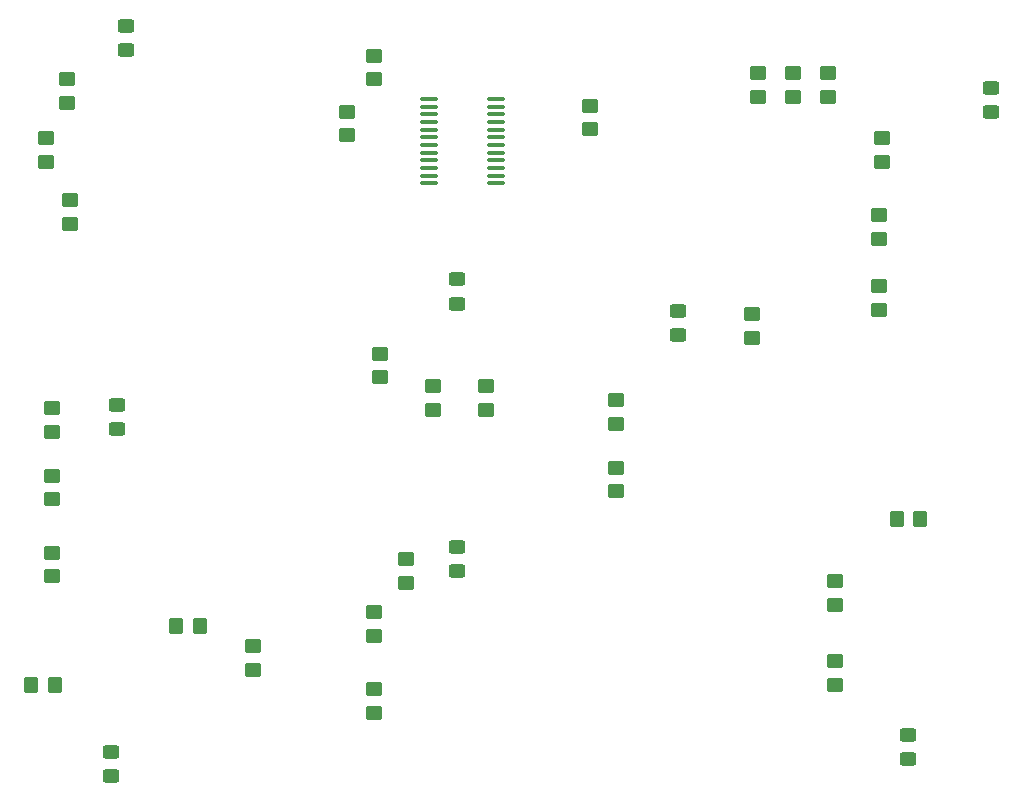
<source format=gtp>
G04 #@! TF.GenerationSoftware,KiCad,Pcbnew,8.0.5*
G04 #@! TF.CreationDate,2024-11-10T14:51:54+09:00*
G04 #@! TF.ProjectId,house_controller_multiplex_breakout_board,686f7573-655f-4636-9f6e-74726f6c6c65,rev?*
G04 #@! TF.SameCoordinates,Original*
G04 #@! TF.FileFunction,Paste,Top*
G04 #@! TF.FilePolarity,Positive*
%FSLAX46Y46*%
G04 Gerber Fmt 4.6, Leading zero omitted, Abs format (unit mm)*
G04 Created by KiCad (PCBNEW 8.0.5) date 2024-11-10 14:51:54*
%MOMM*%
%LPD*%
G01*
G04 APERTURE LIST*
G04 Aperture macros list*
%AMRoundRect*
0 Rectangle with rounded corners*
0 $1 Rounding radius*
0 $2 $3 $4 $5 $6 $7 $8 $9 X,Y pos of 4 corners*
0 Add a 4 corners polygon primitive as box body*
4,1,4,$2,$3,$4,$5,$6,$7,$8,$9,$2,$3,0*
0 Add four circle primitives for the rounded corners*
1,1,$1+$1,$2,$3*
1,1,$1+$1,$4,$5*
1,1,$1+$1,$6,$7*
1,1,$1+$1,$8,$9*
0 Add four rect primitives between the rounded corners*
20,1,$1+$1,$2,$3,$4,$5,0*
20,1,$1+$1,$4,$5,$6,$7,0*
20,1,$1+$1,$6,$7,$8,$9,0*
20,1,$1+$1,$8,$9,$2,$3,0*%
G04 Aperture macros list end*
%ADD10RoundRect,0.250000X-0.450000X0.325000X-0.450000X-0.325000X0.450000X-0.325000X0.450000X0.325000X0*%
%ADD11RoundRect,0.250000X0.450000X-0.350000X0.450000X0.350000X-0.450000X0.350000X-0.450000X-0.350000X0*%
%ADD12RoundRect,0.250000X-0.450000X0.350000X-0.450000X-0.350000X0.450000X-0.350000X0.450000X0.350000X0*%
%ADD13RoundRect,0.250000X-0.350000X-0.450000X0.350000X-0.450000X0.350000X0.450000X-0.350000X0.450000X0*%
%ADD14RoundRect,0.100000X-0.637500X-0.100000X0.637500X-0.100000X0.637500X0.100000X-0.637500X0.100000X0*%
G04 APERTURE END LIST*
D10*
X71750000Y-62225000D03*
X71750000Y-64275000D03*
D11*
X111000000Y-71000000D03*
X111000000Y-69000000D03*
X90500000Y-71500000D03*
X90500000Y-69500000D03*
X92750000Y-66750000D03*
X92750000Y-64750000D03*
D12*
X102250000Y-92750000D03*
X102250000Y-94750000D03*
X131800000Y-116000000D03*
X131800000Y-118000000D03*
D10*
X99750000Y-106330000D03*
X99750000Y-108380000D03*
D12*
X65480000Y-106827500D03*
X65480000Y-108827500D03*
X92750000Y-111880000D03*
X92750000Y-113880000D03*
X131200000Y-66250000D03*
X131200000Y-68250000D03*
X113250000Y-99647500D03*
X113250000Y-101647500D03*
X131800000Y-109250000D03*
X131800000Y-111250000D03*
X92750000Y-118380000D03*
X92750000Y-120380000D03*
D10*
X99750000Y-83700000D03*
X99750000Y-85750000D03*
D13*
X63750000Y-118000000D03*
X65750000Y-118000000D03*
D12*
X65480000Y-100327500D03*
X65480000Y-102327500D03*
X128250000Y-66250000D03*
X128250000Y-68250000D03*
D11*
X135500000Y-86250000D03*
X135500000Y-84250000D03*
D13*
X137000000Y-104000000D03*
X139000000Y-104000000D03*
D12*
X65000000Y-71750000D03*
X65000000Y-73750000D03*
D14*
X97387500Y-68425000D03*
X97387500Y-69075000D03*
X97387500Y-69725000D03*
X97387500Y-70375000D03*
X97387500Y-71025000D03*
X97387500Y-71675000D03*
X97387500Y-72325000D03*
X97387500Y-72975000D03*
X97387500Y-73625000D03*
X97387500Y-74275000D03*
X97387500Y-74925000D03*
X97387500Y-75575000D03*
X103112500Y-75575000D03*
X103112500Y-74925000D03*
X103112500Y-74275000D03*
X103112500Y-73625000D03*
X103112500Y-72975000D03*
X103112500Y-72325000D03*
X103112500Y-71675000D03*
X103112500Y-71025000D03*
X103112500Y-70375000D03*
X103112500Y-69725000D03*
X103112500Y-69075000D03*
X103112500Y-68425000D03*
D12*
X95500000Y-107380000D03*
X95500000Y-109380000D03*
X97750000Y-92750000D03*
X97750000Y-94750000D03*
X113250000Y-93897500D03*
X113250000Y-95897500D03*
X93250000Y-90000000D03*
X93250000Y-92000000D03*
D10*
X145000000Y-67500000D03*
X145000000Y-69550000D03*
D12*
X124750000Y-86647500D03*
X124750000Y-88647500D03*
D10*
X70500000Y-123700000D03*
X70500000Y-125750000D03*
D13*
X76000000Y-113000000D03*
X78000000Y-113000000D03*
D12*
X82500000Y-114750000D03*
X82500000Y-116750000D03*
X125300000Y-66250000D03*
X125300000Y-68250000D03*
X65480000Y-94577500D03*
X65480000Y-96577500D03*
D10*
X118500000Y-86347500D03*
X118500000Y-88397500D03*
X70980000Y-94302500D03*
X70980000Y-96352500D03*
D11*
X135500000Y-80250000D03*
X135500000Y-78250000D03*
X66750000Y-68750000D03*
X66750000Y-66750000D03*
D10*
X138000000Y-122250000D03*
X138000000Y-124300000D03*
D12*
X67000000Y-77000000D03*
X67000000Y-79000000D03*
X135750000Y-71750000D03*
X135750000Y-73750000D03*
M02*

</source>
